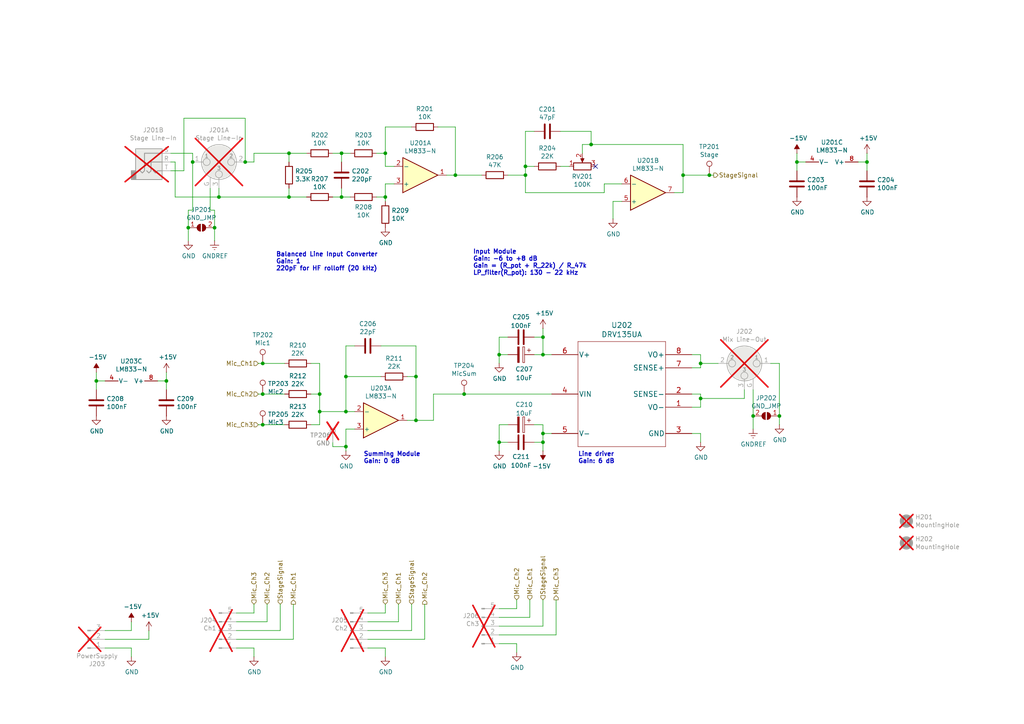
<source format=kicad_sch>
(kicad_sch (version 20231120) (generator "eeschema") (generator_version "8.0")
  (paper "A4")
  (title_block (title "c3lingo interpeter unit -- mix and line I/O") (date "2024-07-07") (rev "v0.3.0") (company "Jannik Beyerstedt (jtbx)") (comment 1 "Prototype 2"))
  (lib_symbols
    (symbol "Amplifier_Operational:LM358" (pin_names (offset 0.127))
      (property "Reference" "U" (at 0 5.08 0))
      (property "Value" "LM358" (at 0 -5.08 0))
      (symbol "LM358_1_1"
        (polyline (pts (xy -5.08 5.08) (xy 5.08 0) (xy -5.08 -5.08) (xy -5.08 5.08)) (stroke (width 0.254)) (fill (type background)))
        (pin output line (at 7.62 0 180) (length 2.54) (name "~") (number "1"))
        (pin input line (at -7.62 -2.54 0) (length 2.54) (name "-") (number "2"))
        (pin input line (at -7.62 2.54 0) (length 2.54) (name "+") (number "3"))
      )
      (symbol "LM358_2_1"
        (polyline (pts (xy -5.08 5.08) (xy 5.08 0) (xy -5.08 -5.08) (xy -5.08 5.08)) (stroke (width 0.254)) (fill (type background)))
        (pin input line (at -7.62 2.54 0) (length 2.54) (name "+") (number "5"))
        (pin input line (at -7.62 -2.54 0) (length 2.54) (name "-") (number "6"))
        (pin output line (at 7.62 0 180) (length 2.54) (name "~") (number "7"))
      )
      (symbol "LM358_3_1"
        (pin power_in line (at -2.54 -7.62 90) (length 3.81) (name "V-") (number "4"))
        (pin power_in line (at -2.54 7.62 270) (length 3.81) (name "V+") (number "8"))
      )
    )
    (symbol "Connector:Conn_01x03_Pin" (pin_names (offset 1.016) hide)
      (property "Reference" "J" (at 0 5.08 0))
      (property "Value" "Conn_01x03_Pin" (at 0 -5.08 0))
      (symbol "Conn_01x03_Pin_1_1"
        (polyline (pts (xy 1.27 -2.54) (xy 0.8636 -2.54)) (stroke (width 0.1524)))
        (polyline (pts (xy 1.27 0) (xy 0.8636 0)) (stroke (width 0.1524)))
        (polyline (pts (xy 1.27 2.54) (xy 0.8636 2.54)) (stroke (width 0.1524)))
        (rectangle (start 0.8636 -2.413) (end 0 -2.667) (stroke (width 0.1524)) (fill (type outline)))
        (rectangle (start 0.8636 0.127) (end 0 -0.127) (stroke (width 0.1524)) (fill (type outline)))
        (rectangle (start 0.8636 2.667) (end 0 2.413) (stroke (width 0.1524)) (fill (type outline)))
        (pin passive line (at 5.08 2.54 180) (length 3.81) (name "Pin_1") (number "1"))
        (pin passive line (at 5.08 0 180) (length 3.81) (name "Pin_2") (number "2"))
        (pin passive line (at 5.08 -2.54 180) (length 3.81) (name "Pin_3") (number "3"))
      )
    )
    (symbol "Connector:Conn_01x05_Pin" (pin_names (offset 1.016) hide)
      (property "Reference" "J" (at 0 7.62 0))
      (property "Value" "Conn_01x05_Pin" (at 0 -7.62 0))
      (symbol "Conn_01x05_Pin_1_1"
        (polyline (pts (xy 1.27 -5.08) (xy 0.8636 -5.08)) (stroke (width 0.1524)))
        (polyline (pts (xy 1.27 -2.54) (xy 0.8636 -2.54)) (stroke (width 0.1524)))
        (polyline (pts (xy 1.27 0) (xy 0.8636 0)) (stroke (width 0.1524)))
        (polyline (pts (xy 1.27 2.54) (xy 0.8636 2.54)) (stroke (width 0.1524)))
        (polyline (pts (xy 1.27 5.08) (xy 0.8636 5.08)) (stroke (width 0.1524)))
        (rectangle (start 0.8636 -4.953) (end 0 -5.207) (stroke (width 0.1524)) (fill (type outline)))
        (rectangle (start 0.8636 -2.413) (end 0 -2.667) (stroke (width 0.1524)) (fill (type outline)))
        (rectangle (start 0.8636 0.127) (end 0 -0.127) (stroke (width 0.1524)) (fill (type outline)))
        (rectangle (start 0.8636 2.667) (end 0 2.413) (stroke (width 0.1524)) (fill (type outline)))
        (rectangle (start 0.8636 5.207) (end 0 4.953) (stroke (width 0.1524)) (fill (type outline)))
        (pin passive line (at 5.08 5.08 180) (length 3.81) (name "Pin_1") (number "1"))
        (pin passive line (at 5.08 2.54 180) (length 3.81) (name "Pin_2") (number "2"))
        (pin passive line (at 5.08 0 180) (length 3.81) (name "Pin_3") (number "3"))
        (pin passive line (at 5.08 -2.54 180) (length 3.81) (name "Pin_4") (number "4"))
        (pin passive line (at 5.08 -5.08 180) (length 3.81) (name "Pin_5") (number "5"))
      )
    )
    (symbol "Connector:TestPoint" (pin_numbers hide) (pin_names (offset 0.762) hide)
      (property "Reference" "TP" (at 0 6.858 0))
      (property "Value" "TestPoint" (at 0 5.08 0))
      (symbol "TestPoint_0_1"
        (circle (center 0 3.302) (radius 0.762))
      )
      (symbol "TestPoint_1_1"
        (pin passive line (at 0 0 90) (length 2.54) (name "1") (number "1"))
      )
    )
    (symbol "Connector_Audio:XLR3_AudioJack3_Combo_Ground" (pin_names hide)
      (property "Reference" "J" (at 0 10.16 0))
      (property "Value" "XLR3_AudioJack3_Combo_Ground" (at 0 7.62 0))
      (symbol "XLR3_AudioJack3_Combo_Ground_1_1"
        (circle (center -3.556 0) (radius 1.016))
        (circle (center 0 -3.556) (radius 1.016))
        (polyline (pts (xy -5.08 0) (xy -4.572 0)))
        (polyline (pts (xy -2.54 -5.08) (xy -2.54 -4.445)))
        (polyline (pts (xy 0 -5.08) (xy 0 -4.572)))
        (polyline (pts (xy 5.08 0) (xy 4.572 0)))
        (circle (center 0 0) (radius 5.08) (fill (type background)))
        (circle (center 3.556 0) (radius 1.016))
        (text "1" (at -3.556 1.778 0) (effects (font (size 1.016 1.016) (bold yes))))
        (text "2" (at 3.556 1.778 0) (effects (font (size 1.016 1.016) (bold yes))))
        (text "3" (at 0 -1.778 0) (effects (font (size 1.016 1.016) (bold yes))))
        (pin passive line (at -7.62 0 0) (length 2.54) (name "~") (number "1"))
        (pin passive line (at 7.62 0 180) (length 2.54) (name "~") (number "2"))
        (pin passive line (at 0 -7.62 90) (length 2.54) (name "~") (number "3"))
        (pin passive line (at -2.54 -7.62 90) (length 2.54) (name "~") (number "G"))
      )
      (symbol "XLR3_AudioJack3_Combo_Ground_2_1"
        (rectangle (start -5.08 -2.54) (end -6.35 -5.08) (stroke (width 0.254)) (fill (type outline)))
        (polyline (pts (xy 0 -2.54) (xy 0.635 -3.175) (xy 1.27 -2.54) (xy 2.54 -2.54)) (stroke (width 0.254)))
        (polyline (pts (xy -1.905 -2.54) (xy -1.27 -3.175) (xy -0.635 -2.54) (xy -0.635 0) (xy 2.54 0)) (stroke (width 0.254)))
        (polyline (pts (xy 2.54 2.54) (xy -2.54 2.54) (xy -2.54 -2.54) (xy -3.175 -3.175) (xy -3.81 -2.54)) (stroke (width 0.254)))
        (rectangle (start 2.54 3.81) (end -5.08 -5.08) (stroke (width 0.254)) (fill (type background)))
        (pin passive line (at 5.08 0 180) (length 2.54) (name "~") (number "R"))
        (pin passive line (at 5.08 2.54 180) (length 2.54) (name "~") (number "S"))
        (pin passive line (at 5.08 -2.54 180) (length 2.54) (name "~") (number "T"))
      )
    )
    (symbol "Connector_Audio:XLR3_Ground" (pin_names hide)
      (property "Reference" "J" (at 0 8.89 0))
      (property "Value" "XLR3_Ground" (at 0 6.35 0))
      (symbol "XLR3_Ground_0_1"
        (circle (center -3.556 0) (radius 1.016))
        (circle (center 0 -3.556) (radius 1.016))
        (polyline (pts (xy -5.08 0) (xy -4.572 0)))
        (polyline (pts (xy -2.54 -5.08) (xy -2.54 -4.445)))
        (polyline (pts (xy 0 -5.08) (xy 0 -4.572)))
        (polyline (pts (xy 5.08 0) (xy 4.572 0)))
        (circle (center 0 0) (radius 5.08) (fill (type background)))
        (circle (center 3.556 0) (radius 1.016))
        (text "1" (at -3.556 1.778 0) (effects (font (size 1.016 1.016) (bold yes))))
        (text "2" (at 3.556 1.778 0) (effects (font (size 1.016 1.016) (bold yes))))
        (text "3" (at 0 -1.778 0) (effects (font (size 1.016 1.016) (bold yes))))
        (pin passive line (at -7.62 0 0) (length 2.54) (name "~") (number "1"))
        (pin passive line (at 7.62 0 180) (length 2.54) (name "~") (number "2"))
        (pin passive line (at 0 -7.62 90) (length 2.54) (name "~") (number "3"))
      )
      (symbol "XLR3_Ground_1_1"
        (pin passive line (at -2.54 -7.62 90) (length 2.54) (name "~") (number "G"))
      )
    )
    (symbol "Device:C" (pin_numbers hide) (pin_names (offset 0.254))
      (property "Reference" "C" (at 0.635 2.54 0))
      (property "Value" "C" (at 0.635 -2.54 0))
      (symbol "C_0_1"
        (polyline (pts (xy -2.032 -0.762) (xy 2.032 -0.762)) (stroke (width 0.508)))
        (polyline (pts (xy -2.032 0.762) (xy 2.032 0.762)) (stroke (width 0.508)))
      )
      (symbol "C_1_1"
        (pin passive line (at 0 3.81 270) (length 2.794) (name "~") (number "1"))
        (pin passive line (at 0 -3.81 90) (length 2.794) (name "~") (number "2"))
      )
    )
    (symbol "Device:C_Polarized" (pin_numbers hide) (pin_names (offset 0.254))
      (property "Reference" "C" (at 0.635 2.54 0))
      (property "Value" "C_Polarized" (at 0.635 -2.54 0))
      (symbol "C_Polarized_0_1"
        (rectangle (start -2.286 0.508) (end 2.286 1.016))
        (polyline (pts (xy -1.778 2.286) (xy -0.762 2.286)))
        (polyline (pts (xy -1.27 2.794) (xy -1.27 1.778)))
        (rectangle (start 2.286 -0.508) (end -2.286 -1.016) (fill (type outline)))
      )
      (symbol "C_Polarized_1_1"
        (pin passive line (at 0 3.81 270) (length 2.794) (name "~") (number "1"))
        (pin passive line (at 0 -3.81 90) (length 2.794) (name "~") (number "2"))
      )
    )
    (symbol "Device:R" (pin_numbers hide) (pin_names (offset 0))
      (property "Reference" "R" (at 2.032 0 90))
      (property "Value" "R" (at 0 0 90))
      (symbol "R_0_1"
        (rectangle (start -1.016 -2.54) (end 1.016 2.54) (stroke (width 0.254)))
      )
      (symbol "R_1_1"
        (pin passive line (at 0 3.81 270) (length 1.27) (name "~") (number "1"))
        (pin passive line (at 0 -3.81 90) (length 1.27) (name "~") (number "2"))
      )
    )
    (symbol "Device:R_Potentiometer" (pin_names (offset 1.016) hide)
      (property "Reference" "RV" (at -4.445 0 90))
      (property "Value" "R_Potentiometer" (at -2.54 0 90))
      (symbol "R_Potentiometer_0_1"
        (polyline (pts (xy 2.54 0) (xy 1.524 0)))
        (polyline (pts (xy 1.143 0) (xy 2.286 0.508) (xy 2.286 -0.508) (xy 1.143 0)) (fill (type outline)))
        (rectangle (start 1.016 2.54) (end -1.016 -2.54) (stroke (width 0.254)))
      )
      (symbol "R_Potentiometer_1_1"
        (pin passive line (at 0 3.81 270) (length 1.27) (name "1") (number "1"))
        (pin passive line (at 3.81 0 180) (length 1.27) (name "2") (number "2"))
        (pin passive line (at 0 -3.81 90) (length 1.27) (name "3") (number "3"))
      )
    )
    (symbol "Jumper:SolderJumper_2_Open" (pin_names (offset 0) hide)
      (property "Reference" "JP" (at 0 2.032 0))
      (property "Value" "SolderJumper_2_Open" (at 0 -2.54 0))
      (symbol "SolderJumper_2_Open_0_1"
        (arc (start -0.254 1.016) (mid -1.2656 0) (end -0.254 -1.016))
        (arc (start -0.254 1.016) (mid -1.2656 0) (end -0.254 -1.016) (fill (type outline)))
        (polyline (pts (xy -0.254 1.016) (xy -0.254 -1.016)))
        (polyline (pts (xy 0.254 1.016) (xy 0.254 -1.016)))
        (arc (start 0.254 -1.016) (mid 1.2656 0) (end 0.254 1.016))
        (arc (start 0.254 -1.016) (mid 1.2656 0) (end 0.254 1.016) (fill (type outline)))
      )
      (symbol "SolderJumper_2_Open_1_1"
        (pin passive line (at -3.81 0 0) (length 2.54) (name "A") (number "1"))
        (pin passive line (at 3.81 0 180) (length 2.54) (name "B") (number "2"))
      )
    )
    (symbol "Mechanical:MountingHole" (pin_names (offset 1.016))
      (property "Reference" "H" (at 0 5.08 0))
      (property "Value" "MountingHole" (at 0 3.175 0))
      (symbol "MountingHole_0_1"
        (circle (center 0 0) (radius 1.27) (stroke (width 1.27)))
      )
    )
    (symbol "c3lingo_unit:DRV134PA" (pin_names (offset 0.254))
      (property "Reference" "U" (at 20.32 12.7 0))
      (property "Value" "DRV134PA" (at 20.32 10.16 0))
      (symbol "DRV134PA_1_1"
        (polyline (pts (xy 7.62 -22.86) (xy 33.02 -22.86)) (stroke (width 0.127)))
        (polyline (pts (xy 7.62 7.62) (xy 7.62 -22.86)) (stroke (width 0.127)))
        (polyline (pts (xy 33.02 -22.86) (xy 33.02 7.62)) (stroke (width 0.127)))
        (polyline (pts (xy 33.02 7.62) (xy 7.62 7.62)) (stroke (width 0.127)))
        (pin output line (at 40.64 -11.43 180) (length 7.62) (name "VO-") (number "1"))
        (pin input line (at 40.64 -7.62 180) (length 7.62) (name "SENSE-") (number "2"))
        (pin power_in line (at 40.64 -19.05 180) (length 7.62) (name "GND") (number "3"))
        (pin input line (at 0 -7.62 0) (length 7.62) (name "VIN") (number "4"))
        (pin power_in line (at 0 -19.05 0) (length 7.62) (name "V-") (number "5"))
        (pin power_in line (at 0 3.81 0) (length 7.62) (name "V+") (number "6"))
        (pin input line (at 40.64 0 180) (length 7.62) (name "SENSE+") (number "7"))
        (pin output line (at 40.64 3.81 180) (length 7.62) (name "VO+") (number "8"))
      )
    )
    (symbol "power:+15V" (power) (pin_numbers hide) (pin_names (offset 0) hide)
      (property "Value" "+15V" (at 0 3.556 0))
      (symbol "+15V_0_1"
        (polyline (pts (xy -0.762 1.27) (xy 0 2.54)))
        (polyline (pts (xy 0 0) (xy 0 2.54)))
        (polyline (pts (xy 0 2.54) (xy 0.762 1.27)))
      )
      (symbol "+15V_1_1"
        (pin power_in line (at 0 0 90) (length 0) (name "~") (number "1"))
      )
    )
    (symbol "power:-15V" (power) (pin_numbers hide) (pin_names (offset 0) hide)
      (property "Value" "-15V" (at 0 3.556 0))
      (symbol "-15V_0_0"
        (pin power_in line (at 0 0 90) (length 0) (name "~") (number "1"))
      )
      (symbol "-15V_0_1"
        (polyline (pts (xy 0 0) (xy 0 1.27) (xy 0.762 1.27) (xy 0 2.54) (xy -0.762 1.27) (xy 0 1.27)) (fill (type outline)))
      )
    )
    (symbol "power:GND" (power) (pin_numbers hide) (pin_names (offset 0) hide)
      (property "Value" "GND" (at 0 -3.81 0))
      (symbol "GND_0_1"
        (polyline (pts (xy 0 0) (xy 0 -1.27) (xy 1.27 -1.27) (xy 0 -2.54) (xy -1.27 -1.27) (xy 0 -1.27)))
      )
      (symbol "GND_1_1"
        (pin power_in line (at 0 0 270) (length 0) (name "~") (number "1"))
      )
    )
    (symbol "power:GNDREF" (power) (pin_numbers hide) (pin_names (offset 0) hide)
      (property "Value" "GNDREF" (at 0 -3.81 0))
      (symbol "GNDREF_0_1"
        (polyline (pts (xy -0.635 -1.905) (xy 0.635 -1.905)))
        (polyline (pts (xy -0.127 -2.54) (xy 0.127 -2.54)))
        (polyline (pts (xy 0 -1.27) (xy 0 0)))
        (polyline (pts (xy 1.27 -1.27) (xy -1.27 -1.27)))
      )
      (symbol "GNDREF_1_1"
        (pin power_in line (at 0 0 270) (length 0) (name "~") (number "1"))
      )
    )
  )
  (junction (at 120.65 109.22))
  (junction (at 76.2 114.3))
  (junction (at 226.06 120.65))
  (junction (at 231.14 46.99))
  (junction (at 198.12 50.8))
  (junction (at 111.76 44.45))
  (junction (at 152.4 50.8))
  (junction (at 132.08 50.8))
  (junction (at 27.94 110.49))
  (junction (at 100.33 109.22))
  (junction (at 157.48 97.79))
  (junction (at 251.46 46.99))
  (junction (at 205.74 50.8))
  (junction (at 62.23 66.04))
  (junction (at 171.45 41.91))
  (junction (at 134.62 114.3))
  (junction (at 83.82 57.15))
  (junction (at 120.65 121.92))
  (junction (at 111.76 57.15))
  (junction (at 92.71 119.38))
  (junction (at 55.88 46.99))
  (junction (at 83.82 44.45))
  (junction (at 71.12 46.99))
  (junction (at 203.2 105.41))
  (junction (at 54.61 66.04))
  (junction (at 144.78 102.87))
  (junction (at 92.71 114.3))
  (junction (at 100.33 129.54))
  (junction (at 218.44 120.65))
  (junction (at 144.78 128.27))
  (junction (at 100.33 119.38))
  (junction (at 203.2 115.57))
  (junction (at 76.2 105.41))
  (junction (at 152.4 48.26))
  (junction (at 76.2 123.19))
  (junction (at 48.26 110.49))
  (junction (at 99.06 57.15))
  (junction (at 157.48 102.87))
  (junction (at 157.48 125.73))
  (junction (at 99.06 44.45))
  (junction (at 157.48 128.27))
  (junction (at 63.5 57.15))
  (no_connect (at 172.72 48.26))
  (wire (pts (xy 198.12 50.8) (xy 205.74 50.8)))
  (wire (pts (xy 27.94 110.49) (xy 30.48 110.49)))
  (wire (pts (xy 203.2 102.87) (xy 200.66 102.87)))
  (wire (pts (xy 68.58 185.42) (xy 85.09 185.42)))
  (wire (pts (xy 74.93 123.19) (xy 76.2 123.19)))
  (wire (pts (xy 92.71 105.41) (xy 92.71 114.3)))
  (wire (pts (xy 223.52 105.41) (xy 226.06 105.41)))
  (wire (pts (xy 144.78 105.41) (xy 144.78 102.87)))
  (wire (pts (xy 111.76 48.26) (xy 114.3 48.26)))
  (wire (pts (xy 99.06 57.15) (xy 101.6 57.15)))
  (wire (pts (xy 50.8 57.15) (xy 50.8 46.99)))
  (wire (pts (xy 157.48 97.79) (xy 157.48 102.87)))
  (wire (pts (xy 203.2 115.57) (xy 203.2 118.11)))
  (wire (pts (xy 50.8 57.15) (xy 63.5 57.15)))
  (wire (pts (xy 85.09 185.42) (xy 85.09 175.26)))
  (wire (pts (xy 106.68 185.42) (xy 123.19 185.42)))
  (wire (pts (xy 45.72 110.49) (xy 48.26 110.49)))
  (wire (pts (xy 152.4 48.26) (xy 152.4 50.8)))
  (wire (pts (xy 168.91 41.91) (xy 171.45 41.91)))
  (wire (pts (xy 231.14 44.45) (xy 231.14 46.99)))
  (wire (pts (xy 68.58 182.88) (xy 81.28 182.88)))
  (wire (pts (xy 168.91 44.45) (xy 168.91 41.91)))
  (wire (pts (xy 218.44 113.03) (xy 218.44 120.65)))
  (wire (pts (xy 132.08 50.8) (xy 129.54 50.8)))
  (wire (pts (xy 161.29 184.15) (xy 161.29 173.99)))
  (wire (pts (xy 81.28 182.88) (xy 81.28 175.26)))
  (wire (pts (xy 53.34 34.29) (xy 71.12 34.29)))
  (wire (pts (xy 152.4 48.26) (xy 152.4 38.1)))
  (wire (pts (xy 106.68 182.88) (xy 119.38 182.88)))
  (wire (pts (xy 60.96 60.96) (xy 62.23 60.96)))
  (wire (pts (xy 144.78 184.15) (xy 161.29 184.15)))
  (wire (pts (xy 205.74 50.8) (xy 207.01 50.8)))
  (wire (pts (xy 200.66 125.73) (xy 203.2 125.73)))
  (wire (pts (xy 157.48 128.27) (xy 157.48 125.73)))
  (wire (pts (xy 157.48 125.73) (xy 157.48 123.19)))
  (wire (pts (xy 49.53 44.45) (xy 55.88 44.45)))
  (wire (pts (xy 154.94 128.27) (xy 157.48 128.27)))
  (wire (pts (xy 154.94 97.79) (xy 157.48 97.79)))
  (wire (pts (xy 111.76 36.83) (xy 119.38 36.83)))
  (wire (pts (xy 74.93 105.41) (xy 76.2 105.41)))
  (wire (pts (xy 152.4 55.88) (xy 175.26 55.88)))
  (wire (pts (xy 83.82 57.15) (xy 88.9 57.15)))
  (wire (pts (xy 231.14 46.99) (xy 233.68 46.99)))
  (wire (pts (xy 152.4 50.8) (xy 152.4 55.88)))
  (wire (pts (xy 144.78 102.87) (xy 147.32 102.87)))
  (wire (pts (xy 200.66 106.68) (xy 203.2 106.68)))
  (wire (pts (xy 153.67 179.07) (xy 153.67 173.99)))
  (wire (pts (xy 73.66 44.45) (xy 73.66 46.99)))
  (wire (pts (xy 68.58 187.96) (xy 73.66 187.96)))
  (wire (pts (xy 100.33 109.22) (xy 110.49 109.22)))
  (wire (pts (xy 92.71 114.3) (xy 92.71 119.38)))
  (wire (pts (xy 99.06 44.45) (xy 101.6 44.45)))
  (wire (pts (xy 123.19 185.42) (xy 123.19 175.26)))
  (wire (pts (xy 100.33 100.33) (xy 102.87 100.33)))
  (wire (pts (xy 43.18 185.42) (xy 43.18 182.88)))
  (wire (pts (xy 83.82 44.45) (xy 83.82 46.99)))
  (wire (pts (xy 96.52 128.27) (xy 96.52 129.54)))
  (wire (pts (xy 175.26 53.34) (xy 180.34 53.34)))
  (wire (pts (xy 157.48 181.61) (xy 157.48 173.99)))
  (wire (pts (xy 144.78 102.87) (xy 144.78 97.79)))
  (wire (pts (xy 198.12 55.88) (xy 195.58 55.88)))
  (wire (pts (xy 144.78 176.53) (xy 149.86 176.53)))
  (wire (pts (xy 102.87 119.38) (xy 100.33 119.38)))
  (wire (pts (xy 71.12 46.99) (xy 73.66 46.99)))
  (wire (pts (xy 171.45 41.91) (xy 198.12 41.91)))
  (wire (pts (xy 106.68 180.34) (xy 115.57 180.34)))
  (wire (pts (xy 68.58 177.8) (xy 73.66 177.8)))
  (wire (pts (xy 68.58 180.34) (xy 77.47 180.34)))
  (wire (pts (xy 147.32 50.8) (xy 152.4 50.8)))
  (wire (pts (xy 111.76 53.34) (xy 111.76 57.15)))
  (wire (pts (xy 76.2 105.41) (xy 82.55 105.41)))
  (wire (pts (xy 111.76 44.45) (xy 111.76 36.83)))
  (wire (pts (xy 144.78 181.61) (xy 157.48 181.61)))
  (wire (pts (xy 226.06 105.41) (xy 226.06 120.65)))
  (wire (pts (xy 132.08 50.8) (xy 139.7 50.8)))
  (wire (pts (xy 144.78 186.69) (xy 149.86 186.69)))
  (wire (pts (xy 63.5 57.15) (xy 83.82 57.15)))
  (wire (pts (xy 203.2 118.11) (xy 200.66 118.11)))
  (wire (pts (xy 134.62 114.3) (xy 160.02 114.3)))
  (wire (pts (xy 38.1 187.96) (xy 38.1 190.5)))
  (wire (pts (xy 109.22 57.15) (xy 111.76 57.15)))
  (wire (pts (xy 125.73 114.3) (xy 125.73 121.92)))
  (wire (pts (xy 251.46 46.99) (xy 251.46 49.53)))
  (wire (pts (xy 147.32 123.19) (xy 144.78 123.19)))
  (wire (pts (xy 198.12 50.8) (xy 198.12 55.88)))
  (wire (pts (xy 147.32 128.27) (xy 144.78 128.27)))
  (wire (pts (xy 120.65 100.33) (xy 110.49 100.33)))
  (wire (pts (xy 76.2 123.19) (xy 82.55 123.19)))
  (wire (pts (xy 171.45 38.1) (xy 162.56 38.1)))
  (wire (pts (xy 49.53 49.53) (xy 53.34 49.53)))
  (wire (pts (xy 48.26 110.49) (xy 48.26 107.95)))
  (wire (pts (xy 120.65 121.92) (xy 125.73 121.92)))
  (wire (pts (xy 157.48 95.25) (xy 157.48 97.79)))
  (wire (pts (xy 251.46 46.99) (xy 251.46 44.45)))
  (wire (pts (xy 149.86 186.69) (xy 149.86 189.23)))
  (wire (pts (xy 200.66 114.3) (xy 203.2 114.3)))
  (wire (pts (xy 74.93 114.3) (xy 76.2 114.3)))
  (wire (pts (xy 144.78 123.19) (xy 144.78 128.27)))
  (wire (pts (xy 92.71 114.3) (xy 90.17 114.3)))
  (wire (pts (xy 54.61 66.04) (xy 54.61 69.85)))
  (wire (pts (xy 106.68 187.96) (xy 111.76 187.96)))
  (wire (pts (xy 60.96 54.61) (xy 60.96 60.96)))
  (wire (pts (xy 115.57 180.34) (xy 115.57 175.26)))
  (wire (pts (xy 99.06 44.45) (xy 99.06 46.99)))
  (wire (pts (xy 203.2 125.73) (xy 203.2 128.27)))
  (wire (pts (xy 157.48 125.73) (xy 160.02 125.73)))
  (wire (pts (xy 177.8 58.42) (xy 177.8 63.5)))
  (wire (pts (xy 180.34 58.42) (xy 177.8 58.42)))
  (wire (pts (xy 100.33 124.46) (xy 100.33 129.54)))
  (wire (pts (xy 73.66 187.96) (xy 73.66 190.5)))
  (wire (pts (xy 30.48 182.88) (xy 38.1 182.88)))
  (wire (pts (xy 111.76 57.15) (xy 111.76 58.42)))
  (wire (pts (xy 111.76 177.8) (xy 111.76 175.26)))
  (wire (pts (xy 203.2 115.57) (xy 215.9 115.57)))
  (wire (pts (xy 226.06 120.65) (xy 226.06 123.19)))
  (wire (pts (xy 215.9 115.57) (xy 215.9 113.03)))
  (wire (pts (xy 203.2 106.68) (xy 203.2 105.41)))
  (wire (pts (xy 76.2 114.3) (xy 82.55 114.3)))
  (wire (pts (xy 120.65 121.92) (xy 118.11 121.92)))
  (wire (pts (xy 162.56 48.26) (xy 165.1 48.26)))
  (wire (pts (xy 203.2 105.41) (xy 203.2 102.87)))
  (wire (pts (xy 55.88 44.45) (xy 55.88 46.99)))
  (wire (pts (xy 157.48 102.87) (xy 160.02 102.87)))
  (wire (pts (xy 48.26 110.49) (xy 48.26 113.03)))
  (wire (pts (xy 73.66 44.45) (xy 83.82 44.45)))
  (wire (pts (xy 154.94 102.87) (xy 157.48 102.87)))
  (wire (pts (xy 27.94 110.49) (xy 27.94 113.03)))
  (wire (pts (xy 54.61 60.96) (xy 54.61 66.04)))
  (wire (pts (xy 83.82 54.61) (xy 83.82 57.15)))
  (wire (pts (xy 96.52 129.54) (xy 100.33 129.54)))
  (wire (pts (xy 120.65 109.22) (xy 120.65 100.33)))
  (wire (pts (xy 62.23 66.04) (xy 62.23 69.85)))
  (wire (pts (xy 83.82 44.45) (xy 88.9 44.45)))
  (wire (pts (xy 118.11 109.22) (xy 120.65 109.22)))
  (wire (pts (xy 111.76 187.96) (xy 111.76 190.5)))
  (wire (pts (xy 149.86 176.53) (xy 149.86 173.99)))
  (wire (pts (xy 144.78 97.79) (xy 147.32 97.79)))
  (wire (pts (xy 125.73 114.3) (xy 134.62 114.3)))
  (wire (pts (xy 144.78 128.27) (xy 144.78 130.81)))
  (wire (pts (xy 100.33 119.38) (xy 100.33 109.22)))
  (wire (pts (xy 120.65 109.22) (xy 120.65 121.92)))
  (wire (pts (xy 175.26 53.34) (xy 175.26 55.88)))
  (wire (pts (xy 96.52 57.15) (xy 99.06 57.15)))
  (wire (pts (xy 111.76 53.34) (xy 114.3 53.34)))
  (wire (pts (xy 96.52 44.45) (xy 99.06 44.45)))
  (wire (pts (xy 171.45 41.91) (xy 171.45 38.1)))
  (wire (pts (xy 248.92 46.99) (xy 251.46 46.99)))
  (wire (pts (xy 90.17 105.41) (xy 92.71 105.41)))
  (wire (pts (xy 53.34 49.53) (xy 53.34 34.29)))
  (wire (pts (xy 218.44 120.65) (xy 218.44 124.46)))
  (wire (pts (xy 55.88 46.99) (xy 55.88 60.96)))
  (wire (pts (xy 92.71 123.19) (xy 90.17 123.19)))
  (wire (pts (xy 127 36.83) (xy 132.08 36.83)))
  (wire (pts (xy 102.87 124.46) (xy 100.33 124.46)))
  (wire (pts (xy 132.08 36.83) (xy 132.08 50.8)))
  (wire (pts (xy 77.47 180.34) (xy 77.47 175.26)))
  (wire (pts (xy 152.4 38.1) (xy 154.94 38.1)))
  (wire (pts (xy 109.22 44.45) (xy 111.76 44.45)))
  (wire (pts (xy 198.12 41.91) (xy 198.12 50.8)))
  (wire (pts (xy 99.06 57.15) (xy 99.06 54.61)))
  (wire (pts (xy 63.5 54.61) (xy 63.5 57.15)))
  (wire (pts (xy 157.48 128.27) (xy 157.48 130.81)))
  (wire (pts (xy 144.78 179.07) (xy 153.67 179.07)))
  (wire (pts (xy 73.66 177.8) (xy 73.66 175.26)))
  (wire (pts (xy 55.88 60.96) (xy 54.61 60.96)))
  (wire (pts (xy 38.1 182.88) (xy 38.1 180.34)))
  (wire (pts (xy 157.48 123.19) (xy 154.94 123.19)))
  (wire (pts (xy 30.48 185.42) (xy 43.18 185.42)))
  (wire (pts (xy 100.33 130.81) (xy 100.33 129.54)))
  (wire (pts (xy 119.38 182.88) (xy 119.38 175.26)))
  (wire (pts (xy 152.4 48.26) (xy 154.94 48.26)))
  (wire (pts (xy 62.23 60.96) (xy 62.23 66.04)))
  (wire (pts (xy 208.28 105.41) (xy 203.2 105.41)))
  (wire (pts (xy 92.71 119.38) (xy 92.71 123.19)))
  (wire (pts (xy 111.76 44.45) (xy 111.76 48.26)))
  (wire (pts (xy 27.94 107.95) (xy 27.94 110.49)))
  (wire (pts (xy 203.2 114.3) (xy 203.2 115.57)))
  (wire (pts (xy 100.33 109.22) (xy 100.33 100.33)))
  (wire (pts (xy 50.8 46.99) (xy 49.53 46.99)))
  (wire (pts (xy 30.48 187.96) (xy 38.1 187.96)))
  (wire (pts (xy 106.68 177.8) (xy 111.76 177.8)))
  (wire (pts (xy 92.71 119.38) (xy 100.33 119.38)))
  (wire (pts (xy 231.14 46.99) (xy 231.14 49.53)))
  (wire (pts (xy 71.12 34.29) (xy 71.12 46.99)))
  (text "Input Module\nGain: -6 to +8 dB\nGain = (R_pot + R_22k) / R_47k\nLP_filter(R_pot): 130 - 22 kHz" (at 137.16 80.01 0) (effects (font (size 1.27 1.27) (thickness 0.254) (bold yes)) (justify left bottom)))
  (text "Line driver\nGain: 6 dB" (at 167.64 134.62 0) (effects (font (size 1.27 1.27) (thickness 0.254) (bold yes)) (justify left bottom)))
  (text "Balanced Line Input Converter\nGain: 1\n220pF for HF rolloff (20 kHz)" (at 80.01 78.74 0) (effects (font (size 1.27 1.27) (thickness 0.254) (bold yes)) (justify left bottom)))
  (text "Summing Module\nGain: 0 dB" (at 105.41 134.62 0) (effects (font (size 1.27 1.27) (thickness 0.254) (bold yes)) (justify left bottom)))
  (hierarchical_label "Mic_Ch1" (shape input) (at 115.57 175.26 90))
  (hierarchical_label "StageSignal" (shape input) (at 157.48 173.99 90))
  (hierarchical_label "Mic_Ch3" (shape output) (at 161.29 173.99 90))
  (hierarchical_label "Mic_Ch2" (shape output) (at 123.19 175.26 90))
  (hierarchical_label "StageSignal" (shape input) (at 119.38 175.26 90))
  (hierarchical_label "Mic_Ch2" (shape input) (at 149.86 173.99 90))
  (hierarchical_label "StageSignal" (shape input) (at 81.28 175.26 90))
  (hierarchical_label "Mic_Ch2" (shape input) (at 77.47 175.26 90))
  (hierarchical_label "StageSignal" (shape output) (at 207.01 50.8 0))
  (hierarchical_label "Mic_Ch2" (shape input) (at 74.93 114.3 180))
  (hierarchical_label "Mic_Ch3" (shape input) (at 74.93 123.19 180))
  (hierarchical_label "Mic_Ch1" (shape output) (at 85.09 175.26 90))
  (hierarchical_label "Mic_Ch1" (shape input) (at 74.93 105.41 180))
  (hierarchical_label "Mic_Ch3" (shape input) (at 73.66 175.26 90))
  (hierarchical_label "Mic_Ch1" (shape input) (at 153.67 173.99 90))
  (hierarchical_label "Mic_Ch3" (shape input) (at 111.76 175.26 90))
  (symbol (lib_id "Amplifier_Operational:LM358") (at 121.92 50.8 0) (mirror x) (unit 1)
    (property "Reference" "U201" (at 121.92 41.4782 0))
    (property "Value" "LM833-N" (at 121.92 43.7896 0))
    (property "Footprint" "Package_SO:SOIC-8_3.9x4.9mm_P1.27mm" (effects (hide yes)))
    (property "Datasheet" "https://www.ti.com/lit/ds/symlink/lm833-n.pdf" (effects (hide yes)))
    (property "Model" "LM833M or LM833MX (SOIC-8)" (effects (hide yes)))
    (property "LCSC Part #" "C473907" (effects (hide yes)))
  )
  (symbol (lib_id "Connector_Audio:XLR3_AudioJack3_Combo_Ground") (at 63.5 46.99 0) (unit 1) (dnp yes)
    (property "Reference" "J201" (at 63.5 37.719 0))
    (property "Value" "Stage Line-In" (at 63.5 40.0304 0))
    (property "Footprint" "Connector_Audio:Jack_XLR-6.35mm_Neutrik_NCJ6FA-H_Horizontal" (effects (hide yes)))
    (property "Datasheet" "https://www.neutrik.com/media/8443/download/ncj6fah-2.pdf" (effects (hide yes)))
    (property "Description" "XLR (Male or Female) and Audio Jack (Stereo / TRS) Combo Connector, Discrete Ground Pin" (effects (hide yes)))
    (property "Model" "NCJ6FA-H (Horiz. Combo Jack)" (effects (hide yes)))
  )
  (symbol (lib_id "Connector_Audio:XLR3_AudioJack3_Combo_Ground") (at 44.45 46.99 0) (unit 2) (dnp yes)
    (property "Reference" "J201" (at 44.45 37.719 0))
    (property "Value" "Stage Line-In" (at 44.45 40.0304 0))
    (property "Footprint" "Connector_Audio:Jack_XLR-6.35mm_Neutrik_NCJ6FA-H_Horizontal" (effects (hide yes)))
    (property "Datasheet" "https://www.neutrik.com/media/8443/download/ncj6fah-2.pdf" (effects (hide yes)))
    (property "Description" "XLR (Male or Female) and Audio Jack (Stereo / TRS) Combo Connector, Discrete Ground Pin" (effects (hide yes)))
    (property "Model" "NCJ6FA-H (Horiz. Combo Jack)" (effects (hide yes)))
  )
  (symbol (lib_id "Connector_Audio:XLR3_Ground") (at 215.9 105.41 0) (mirror y) (unit 1) (dnp yes)
    (property "Reference" "J202" (at 215.9 96.139 0))
    (property "Value" "Mix Line-Out" (at 215.9 98.4504 0))
    (property "Footprint" "Connector_Audio:Jack_XLR_Neutrik_NC3MAAH_Horizontal" (effects (hide yes)))
    (property "Datasheet" "https://www.neutrik.com/media/8341/download/nc3maah-1.pdf" (effects (hide yes)))
    (property "Description" "XLR Connector, Male or Female, 3 Pins, Discrete Ground Pin" (effects (hide yes)))
    (property "Model" "NC3MAAH (Horiz. XLR Male)" (effects (hide yes)))
  )
  (symbol (lib_id "power:GND") (at 54.61 69.85 0) (unit 1)
    (property "Reference" "#PWR0207" (effects (hide yes)))
    (property "Value" "GND" (at 54.737 74.2442 0))
    (property "Description" "Power symbol creates a global label with name \"GND\" , ground" (effects (hide yes)))
  )
  (symbol (lib_id "Amplifier_Operational:LM358") (at 187.96 55.88 0) (mirror x) (unit 2)
    (property "Reference" "U201" (at 187.96 46.5582 0))
    (property "Value" "LM833-N" (at 187.96 48.8696 0))
    (property "Footprint" "Package_SO:SOIC-8_3.9x4.9mm_P1.27mm" (effects (hide yes)))
    (property "Datasheet" "https://www.ti.com/lit/ds/symlink/lm833-n.pdf" (effects (hide yes)))
    (property "Model" "LM833M or LM833MX (SOIC-8)" (effects (hide yes)))
    (property "LCSC Part #" "C473907" (effects (hide yes)))
  )
  (symbol (lib_id "Amplifier_Operational:LM358") (at 241.3 49.53 270) (unit 3)
    (property "Reference" "U201" (at 241.3 41.275 90))
    (property "Value" "LM833-N" (at 241.3 43.5864 90))
    (property "Footprint" "Package_SO:SOIC-8_3.9x4.9mm_P1.27mm" (effects (hide yes)))
    (property "Datasheet" "https://www.ti.com/lit/ds/symlink/lm833-n.pdf" (effects (hide yes)))
    (property "Model" "LM833M or LM833MX (SOIC-8)" (effects (hide yes)))
    (property "LCSC Part #" "C473907" (effects (hide yes)))
  )
  (symbol (lib_id "power:GND") (at 251.46 57.15 0) (unit 1)
    (property "Reference" "#PWR0204" (effects (hide yes)))
    (property "Value" "GND" (at 251.587 61.5442 0))
    (property "Description" "Power symbol creates a global label with name \"GND\" , ground" (effects (hide yes)))
  )
  (symbol (lib_id "power:GND") (at 231.14 57.15 0) (unit 1)
    (property "Reference" "#PWR0203" (effects (hide yes)))
    (property "Value" "GND" (at 231.267 61.5442 0))
    (property "Description" "Power symbol creates a global label with name \"GND\" , ground" (effects (hide yes)))
  )
  (symbol (lib_id "power:-15V") (at 231.14 44.45 0) (unit 1)
    (property "Reference" "#PWR0201" (effects (hide yes)))
    (property "Value" "-15V" (at 231.521 40.0558 0))
    (property "Description" "Power symbol creates a global label with name \"-15V\"" (effects (hide yes)))
  )
  (symbol (lib_id "power:+15V") (at 251.46 44.45 0) (unit 1)
    (property "Reference" "#PWR0202" (effects (hide yes)))
    (property "Value" "+15V" (at 251.841 40.0558 0))
    (property "Description" "Power symbol creates a global label with name \"+15V\"" (effects (hide yes)))
  )
  (symbol (lib_id "Device:C") (at 231.14 53.34 180) (unit 1)
    (property "Reference" "C203" (at 234.061 52.1716 0) (effects (justify right)))
    (property "Value" "100nF" (at 234.061 54.483 0) (effects (justify right)))
    (property "Footprint" "Capacitor_SMD:C_0603_1608Metric_Pad1.08x0.95mm_HandSolder" (effects (hide yes)))
    (property "Model" "10% X7R 25V+" (effects (hide yes)))
    (property "LCSC Part #" "C14663" (effects (hide yes)))
  )
  (symbol (lib_id "Device:C") (at 251.46 53.34 180) (unit 1)
    (property "Reference" "C204" (at 254.381 52.1716 0) (effects (justify right)))
    (property "Value" "100nF" (at 254.381 54.483 0) (effects (justify right)))
    (property "Footprint" "Capacitor_SMD:C_0603_1608Metric_Pad1.08x0.95mm_HandSolder" (effects (hide yes)))
    (property "Model" "10% X7R 25V+" (effects (hide yes)))
    (property "LCSC Part #" "C14663" (effects (hide yes)))
  )
  (symbol (lib_id "Device:C") (at 158.75 38.1 270) (unit 1)
    (property "Reference" "C201" (at 158.75 31.6992 90))
    (property "Value" "47pF" (at 158.75 34.0106 90))
    (property "Footprint" "Capacitor_SMD:C_0603_1608Metric_Pad1.08x0.95mm_HandSolder" (effects (hide yes)))
    (property "Model" "5% C0G" (effects (hide yes)))
    (property "LCSC Part #" "C1671" (effects (hide yes)))
  )
  (symbol (lib_id "Device:R") (at 105.41 44.45 270) (unit 1)
    (property "Reference" "R203" (at 105.41 39.1922 90))
    (property "Value" "10K" (at 105.41 41.5036 90))
    (property "Footprint" "Resistor_SMD:R_0805_2012Metric_Pad1.20x1.40mm_HandSolder" (effects (hide yes)))
    (property "LCSC Part #" "C17414" (effects (hide yes)))
  )
  (symbol (lib_id "Device:R") (at 105.41 57.15 270) (unit 1)
    (property "Reference" "R208" (at 105.41 60.071 90))
    (property "Value" "10K" (at 105.41 62.3824 90))
    (property "Footprint" "Resistor_SMD:R_0805_2012Metric_Pad1.20x1.40mm_HandSolder" (effects (hide yes)))
    (property "LCSC Part #" "C17414" (effects (hide yes)))
  )
  (symbol (lib_id "Device:R") (at 123.19 36.83 270) (unit 1)
    (property "Reference" "R201" (at 123.19 31.5722 90))
    (property "Value" "10K" (at 123.19 33.8836 90))
    (property "Footprint" "Resistor_SMD:R_0805_2012Metric_Pad1.20x1.40mm_HandSolder" (effects (hide yes)))
    (property "LCSC Part #" "C17414" (effects (hide yes)))
  )
  (symbol (lib_id "Device:R") (at 111.76 62.23 0) (unit 1)
    (property "Reference" "R209" (at 113.538 61.0616 0) (effects (justify left)))
    (property "Value" "10K" (at 113.538 63.373 0) (effects (justify left)))
    (property "Footprint" "Resistor_SMD:R_0805_2012Metric_Pad1.20x1.40mm_HandSolder" (effects (hide yes)))
    (property "LCSC Part #" "C17414" (effects (hide yes)))
  )
  (symbol (lib_id "power:GND") (at 111.76 66.04 0) (unit 1)
    (property "Reference" "#PWR0206" (effects (hide yes)))
    (property "Value" "GND" (at 111.887 70.4342 0))
    (property "Description" "Power symbol creates a global label with name \"GND\" , ground" (effects (hide yes)))
  )
  (symbol (lib_id "Device:R") (at 143.51 50.8 270) (unit 1)
    (property "Reference" "R206" (at 143.51 45.5422 90))
    (property "Value" "47K" (at 143.51 47.8536 90))
    (property "Footprint" "Resistor_SMD:R_0805_2012Metric_Pad1.20x1.40mm_HandSolder" (effects (hide yes)))
    (property "LCSC Part #" "C17713" (effects (hide yes)))
  )
  (symbol (lib_id "Device:R") (at 158.75 48.26 270) (unit 1)
    (property "Reference" "R204" (at 158.75 43.0022 90))
    (property "Value" "22K" (at 158.75 45.3136 90))
    (property "Footprint" "Resistor_SMD:R_0805_2012Metric_Pad1.20x1.40mm_HandSolder" (effects (hide yes)))
    (property "LCSC Part #" "C17560" (effects (hide yes)))
  )
  (symbol (lib_id "Device:R_Potentiometer") (at 168.91 48.26 90) (unit 1)
    (property "Reference" "RV201" (at 168.91 51.181 90))
    (property "Value" "100K" (at 168.91 53.4924 90))
    (property "Footprint" "Potentiometer_THT:Potentiometer_Vishay_T73XX_Horizontal" (effects (hide yes)))
    (property "Model" "Bourns PV36Y104C01B00 or Vishay M64Y104" (effects (hide yes)))
  )
  (symbol (lib_id "power:GND") (at 177.8 63.5 0) (unit 1)
    (property "Reference" "#PWR0205" (effects (hide yes)))
    (property "Value" "GND" (at 177.927 67.8942 0))
    (property "Description" "Power symbol creates a global label with name \"GND\" , ground" (effects (hide yes)))
  )
  (symbol (lib_id "Connector:TestPoint") (at 205.74 50.8 0) (unit 1) (in_bom no)
    (property "Reference" "TP201" (at 205.74 42.545 0))
    (property "Value" "Stage" (at 205.74 44.8564 0))
    (property "Footprint" "TestPoint:TestPoint_THTPad_D2.0mm_Drill1.0mm" (effects (hide yes)))
  )
  (symbol (lib_id "Connector:TestPoint") (at 134.62 114.3 0) (unit 1) (in_bom no)
    (property "Reference" "TP204" (at 134.62 106.045 0))
    (property "Value" "MicSum" (at 134.62 108.3564 0))
    (property "Footprint" "TestPoint:TestPoint_THTPad_D2.0mm_Drill1.0mm" (effects (hide yes)))
  )
  (symbol (lib_id "Connector:TestPoint") (at 76.2 105.41 0) (unit 1) (in_bom no)
    (property "Reference" "TP202" (at 76.2 97.155 0))
    (property "Value" "Mic1" (at 76.2 99.4664 0))
    (property "Footprint" "TestPoint:TestPoint_THTPad_D2.0mm_Drill1.0mm" (effects (hide yes)))
  )
  (symbol (lib_id "Connector:TestPoint") (at 76.2 114.3 0) (unit 1) (in_bom no)
    (property "Reference" "TP203" (at 77.6732 111.3028 0) (effects (justify left)))
    (property "Value" "Mic2" (at 77.6732 113.6142 0) (effects (justify left)))
    (property "Footprint" "TestPoint:TestPoint_THTPad_D2.0mm_Drill1.0mm" (effects (hide yes)))
  )
  (symbol (lib_id "Connector:TestPoint") (at 76.2 123.19 0) (unit 1) (in_bom no)
    (property "Reference" "TP205" (at 77.6732 120.1928 0) (effects (justify left)))
    (property "Value" "Mic3" (at 77.6732 122.5042 0) (effects (justify left)))
    (property "Footprint" "TestPoint:TestPoint_THTPad_D2.0mm_Drill1.0mm" (effects (hide yes)))
  )
  (symbol (lib_id "Amplifier_Operational:LM358") (at 110.49 121.92 0) (mirror x) (unit 1)
    (property "Reference" "U203" (at 110.49 112.5982 0))
    (property "Value" "LM833-N" (at 110.49 114.9096 0))
    (property "Footprint" "Package_SO:SOIC-8_3.9x4.9mm_P1.27mm" (effects (hide yes)))
    (property "Datasheet" "https://www.ti.com/lit/ds/symlink/lm833-n.pdf" (effects (hide yes)))
    (property "Model" "LM833M or LM833MX (SOIC-8)" (effects (hide yes)))
    (property "LCSC Part #" "C473907" (effects (hide yes)))
  )
  (symbol (lib_id "power:GND") (at 48.26 120.65 0) (unit 1)
    (property "Reference" "#PWR0214" (effects (hide yes)))
    (property "Value" "GND" (at 48.387 125.0442 0))
    (property "Description" "Power symbol creates a global label with name \"GND\" , ground" (effects (hide yes)))
  )
  (symbol (lib_id "power:GND") (at 27.94 120.65 0) (unit 1)
    (property "Reference" "#PWR0213" (effects (hide yes)))
    (property "Value" "GND" (at 28.067 125.0442 0))
    (property "Description" "Power symbol creates a global label with name \"GND\" , ground" (effects (hide yes)))
  )
  (symbol (lib_id "Device:C") (at 27.94 116.84 180) (unit 1)
    (property "Reference" "C208" (at 30.861 115.6716 0) (effects (justify right)))
    (property "Value" "100nF" (at 30.861 117.983 0) (effects (justify right)))
    (property "Footprint" "Capacitor_SMD:C_0603_1608Metric_Pad1.08x0.95mm_HandSolder" (effects (hide yes)))
    (property "Model" "10% X7R 25V+" (effects (hide yes)))
    (property "LCSC Part #" "C14663" (effects (hide yes)))
  )
  (symbol (lib_id "Device:C") (at 48.26 116.84 180) (unit 1)
    (property "Reference" "C209" (at 51.181 115.6716 0) (effects (justify right)))
    (property "Value" "100nF" (at 51.181 117.983 0) (effects (justify right)))
    (property "Footprint" "Capacitor_SMD:C_0603_1608Metric_Pad1.08x0.95mm_HandSolder" (effects (hide yes)))
    (property "Model" "10% X7R 25V+" (effects (hide yes)))
    (property "LCSC Part #" "C14663" (effects (hide yes)))
  )
  (symbol (lib_id "power:+15V") (at 48.26 107.95 0) (unit 1)
    (property "Reference" "#PWR0212" (effects (hide yes)))
    (property "Value" "+15V" (at 48.641 103.5558 0))
    (property "Description" "Power symbol creates a global label with name \"+15V\"" (effects (hide yes)))
  )
  (symbol (lib_id "power:-15V") (at 27.94 107.95 0) (unit 1)
    (property "Reference" "#PWR0211" (effects (hide yes)))
    (property "Value" "-15V" (at 28.321 103.5558 0))
    (property "Description" "Power symbol creates a global label with name \"-15V\"" (effects (hide yes)))
  )
  (symbol (lib_id "Amplifier_Operational:LM358") (at 38.1 113.03 270) (unit 3)
    (property "Reference" "U203" (at 38.1 104.775 90))
    (property "Value" "LM833-N" (at 38.1 107.0864 90))
    (property "Footprint" "Package_SO:SOIC-8_3.9x4.9mm_P1.27mm" (effects (hide yes)))
    (property "Datasheet" "https://www.ti.com/lit/ds/symlink/lm833-n.pdf" (effects (hide yes)))
    (property "Model" "LM833M or LM833MX (SOIC-8)" (effects (hide yes)))
    (property "LCSC Part #" "C473907" (effects (hide yes)))
  )
  (symbol (lib_id "Device:R") (at 86.36 105.41 270) (unit 1)
    (property "Reference" "R210" (at 86.36 100.1522 90))
    (property "Value" "22K" (at 86.36 102.4636 90))
    (property "Footprint" "Resistor_SMD:R_0805_2012Metric_Pad1.20x1.40mm_HandSolder" (effects (hide yes)))
    (property "LCSC Part #" "C17560" (effects (hide yes)))
  )
  (symbol (lib_id "Device:R") (at 86.36 114.3 270) (unit 1)
    (property "Reference" "R212" (at 86.36 109.0422 90))
    (property "Value" "22K" (at 86.36 111.3536 90))
    (property "Footprint" "Resistor_SMD:R_0805_2012Metric_Pad1.20x1.40mm_HandSolder" (effects (hide yes)))
    (property "LCSC Part #" "C17560" (effects (hide yes)))
  )
  (symbol (lib_id "Device:R") (at 86.36 123.19 270) (unit 1)
    (property "Reference" "R213" (at 86.36 117.9322 90))
    (property "Value" "22K" (at 86.36 120.2436 90))
    (property "Footprint" "Resistor_SMD:R_0805_2012Metric_Pad1.20x1.40mm_HandSolder" (effects (hide yes)))
    (property "LCSC Part #" "C17560" (effects (hide yes)))
  )
  (symbol (lib_id "Device:R") (at 114.3 109.22 270) (unit 1)
    (property "Reference" "R211" (at 114.3 103.9622 90))
    (property "Value" "22K" (at 114.3 106.2736 90))
    (property "Footprint" "Resistor_SMD:R_0805_2012Metric_Pad1.20x1.40mm_HandSolder" (effects (hide yes)))
    (property "LCSC Part #" "C17560" (effects (hide yes)))
  )
  (symbol (lib_id "Device:C") (at 106.68 100.33 270) (unit 1)
    (property "Reference" "C206" (at 106.68 93.9292 90))
    (property "Value" "22pF" (at 106.68 96.2406 90))
    (property "Footprint" "Capacitor_SMD:C_0603_1608Metric_Pad1.08x0.95mm_HandSolder" (effects (hide yes)))
    (property "Model" "5% C0G" (effects (hide yes)))
    (property "LCSC Part #" "C1653" (effects (hide yes)))
  )
  (symbol (lib_id "power:GND") (at 100.33 130.81 0) (unit 1)
    (property "Reference" "#PWR0218" (effects (hide yes)))
    (property "Value" "GND" (at 100.457 135.2042 0))
    (property "Description" "Power symbol creates a global label with name \"GND\" , ground" (effects (hide yes)))
  )
  (symbol (lib_id "Device:R") (at 92.71 44.45 90) (unit 1)
    (property "Reference" "R202" (at 92.71 39.1922 90))
    (property "Value" "10K" (at 92.71 41.5036 90))
    (property "Footprint" "Resistor_SMD:R_0805_2012Metric_Pad1.20x1.40mm_HandSolder" (effects (hide yes)))
    (property "LCSC Part #" "C17414" (effects (hide yes)))
  )
  (symbol (lib_id "Device:C") (at 99.06 50.8 0) (unit 1)
    (property "Reference" "C202" (at 101.981 49.6316 0) (effects (justify left)))
    (property "Value" "220pF" (at 101.981 51.943 0) (effects (justify left)))
    (property "Footprint" "Capacitor_SMD:C_0603_1608Metric_Pad1.08x0.95mm_HandSolder" (effects (hide yes)))
    (property "Model" "5% C0G" (effects (hide yes)))
    (property "LCSC Part #" "C1603" (effects (hide yes)))
  )
  (symbol (lib_id "Device:R") (at 92.71 57.15 90) (unit 1)
    (property "Reference" "R207" (at 92.71 51.8922 90))
    (property "Value" "10K" (at 92.71 54.2036 90))
    (property "Footprint" "Resistor_SMD:R_0805_2012Metric_Pad1.20x1.40mm_HandSolder" (effects (hide yes)))
    (property "LCSC Part #" "C17414" (effects (hide yes)))
  )
  (symbol (lib_id "Device:R") (at 83.82 50.8 180) (unit 1)
    (property "Reference" "R205" (at 85.598 49.6316 0) (effects (justify right)))
    (property "Value" "3.3K" (at 85.598 51.943 0) (effects (justify right)))
    (property "Footprint" "Resistor_SMD:R_0805_2012Metric_Pad1.20x1.40mm_HandSolder" (effects (hide yes)))
    (property "LCSC Part #" "C26010" (effects (hide yes)))
  )
  (symbol (lib_id "c3lingo_unit:DRV134PA") (at 160.02 106.68 0) (unit 1)
    (property "Reference" "U202" (at 180.34 94.3102 0) (effects (font (size 1.524 1.524))))
    (property "Value" "DRV135UA" (at 180.34 97.0026 0) (effects (font (size 1.524 1.524))))
    (property "Footprint" "Package_SO:SOIC-8_3.9x4.9mm_P1.27mm" (effects (hide yes)))
    (property "Datasheet" "https://www.ti.com/lit/ds/symlink/drv134.pdf" (effects (hide yes)))
    (property "Description" "DRV135UA has same pinout as DRV134PA" (effects (hide yes)))
    (property "Model" "DRV135UA (SOIC-8)" (effects (hide yes)))
    (property "LCSC Part #" "C431073" (effects (hide yes)))
  )
  (symbol (lib_id "power:-15V") (at 157.48 130.81 180) (unit 1)
    (property "Reference" "#PWR0220" (effects (hide yes)))
    (property "Value" "-15V" (at 157.099 135.2042 0))
    (property "Description" "Power symbol creates a global label with name \"-15V\"" (effects (hide yes)))
  )
  (symbol (lib_id "power:+15V") (at 157.48 95.25 0) (unit 1)
    (property "Reference" "#PWR0209" (effects (hide yes)))
    (property "Value" "+15V" (at 157.861 90.8558 0))
    (property "Description" "Power symbol creates a global label with name \"+15V\"" (effects (hide yes)))
  )
  (symbol (lib_id "power:GND") (at 144.78 105.41 0) (unit 1)
    (property "Reference" "#PWR0210" (effects (hide yes)))
    (property "Value" "GND" (at 144.907 109.8042 0))
    (property "Description" "Power symbol creates a global label with name \"GND\" , ground" (effects (hide yes)))
  )
  (symbol (lib_id "power:GND") (at 144.78 130.81 0) (unit 1)
    (property "Reference" "#PWR0219" (effects (hide yes)))
    (property "Value" "GND" (at 144.907 135.2042 0))
    (property "Description" "Power symbol creates a global label with name \"GND\" , ground" (effects (hide yes)))
  )
  (symbol (lib_id "Device:C") (at 151.13 128.27 270) (unit 1)
    (property "Reference" "C211" (at 151.13 132.4594 90))
    (property "Value" "100nF" (at 151.13 134.9963 90))
    (property "Footprint" "Capacitor_SMD:C_0603_1608Metric_Pad1.08x0.95mm_HandSolder" (effects (hide yes)))
    (property "Model" "10% X7R 25V+" (effects (hide yes)))
    (property "LCSC Part #" "C14663" (effects (hide yes)))
  )
  (symbol (lib_id "Device:C") (at 151.13 97.79 270) (unit 1)
    (property "Reference" "C205" (at 151.13 91.9312 90))
    (property "Value" "100nF" (at 151.13 94.4681 90))
    (property "Footprint" "Capacitor_SMD:C_0603_1608Metric_Pad1.08x0.95mm_HandSolder" (effects (hide yes)))
    (property "Model" "10% X7R 25V+" (effects (hide yes)))
    (property "LCSC Part #" "C14663" (effects (hide yes)))
  )
  (symbol (lib_id "power:GND") (at 203.2 128.27 0) (unit 1)
    (property "Reference" "#PWR0217" (effects (hide yes)))
    (property "Value" "GND" (at 203.327 132.6642 0))
    (property "Description" "Power symbol creates a global label with name \"GND\" , ground" (effects (hide yes)))
  )
  (symbol (lib_id "Mechanical:MountingHole") (at 262.89 151.13 0) (unit 1) (in_bom no) (dnp yes)
    (property "Reference" "H201" (at 265.43 149.9616 0) (effects (justify left)))
    (property "Value" "MountingHole" (at 265.43 152.273 0) (effects (justify left)))
    (property "Footprint" "MountingHole:MountingHole_3.2mm_M3" (effects (hide yes)))
  )
  (symbol (lib_id "Mechanical:MountingHole") (at 262.89 157.48 0) (unit 1) (in_bom no) (dnp yes)
    (property "Reference" "H202" (at 265.43 156.3116 0) (effects (justify left)))
    (property "Value" "MountingHole" (at 265.43 158.623 0) (effects (justify left)))
    (property "Footprint" "MountingHole:MountingHole_3.2mm_M3" (effects (hide yes)))
  )
  (symbol (lib_id "Jumper:SolderJumper_2_Open") (at 58.42 66.04 0) (unit 1) (in_bom no)
    (property "Reference" "JP201" (at 58.42 60.833 0))
    (property "Value" "GND_JMP" (at 58.42 63.1444 0))
    (property "Footprint" "Jumper:SolderJumper-2_P1.3mm_Open_TrianglePad1.0x1.5mm" (effects (hide yes)))
  )
  (symbol (lib_id "power:GNDREF") (at 62.23 69.85 0) (unit 1)
    (property "Reference" "#PWR0208" (effects (hide yes)))
    (property "Value" "GNDREF" (at 62.357 74.2442 0))
    (property "Description" "Power symbol creates a global label with name \"GNDREF\" , reference supply ground" (effects (hide yes)))
  )
  (symbol (lib_id "power:GND") (at 226.06 123.19 0) (unit 1)
    (property "Reference" "#PWR0215" (effects (hide yes)))
    (property "Value" "GND" (at 226.187 127.5842 0))
    (property "Description" "Power symbol creates a global label with name \"GND\" , ground" (effects (hide yes)))
  )
  (symbol (lib_id "Jumper:SolderJumper_2_Open") (at 222.25 120.65 0) (mirror y) (unit 1) (in_bom no)
    (property "Reference" "JP202" (at 222.25 115.443 0))
    (property "Value" "GND_JMP" (at 222.25 117.7544 0))
    (property "Footprint" "Jumper:SolderJumper-2_P1.3mm_Open_TrianglePad1.0x1.5mm" (effects (hide yes)))
  )
  (symbol (lib_id "power:GNDREF") (at 218.44 124.46 0) (unit 1)
    (property "Reference" "#PWR0216" (effects (hide yes)))
    (property "Value" "GNDREF" (at 218.567 128.8542 0))
    (property "Description" "Power symbol creates a global label with name \"GNDREF\" , reference supply ground" (effects (hide yes)))
  )
  (symbol (lib_id "power:GND") (at 38.1 190.5 0) (unit 1)
    (property "Reference" "#PWR0223" (effects (hide yes)))
    (property "Value" "GND" (at 38.227 194.8942 0))
    (property "Description" "Power symbol creates a global label with name \"GND\" , ground" (effects (hide yes)))
  )
  (symbol (lib_id "power:+15V") (at 43.18 182.88 0) (unit 1)
    (property "Reference" "#PWR0222" (effects (hide yes)))
    (property "Value" "+15V" (at 43.561 178.4858 0))
    (property "Description" "Power symbol creates a global label with name \"+15V\"" (effects (hide yes)))
  )
  (symbol (lib_id "power:-15V") (at 38.1 180.34 0) (unit 1)
    (property "Reference" "#PWR0221" (effects (hide yes)))
    (property "Value" "-15V" (at 38.481 175.9458 0))
    (property "Description" "Power symbol creates a global label with name \"-15V\"" (effects (hide yes)))
  )
  (symbol (lib_id "Connector:Conn_01x03_Pin") (at 25.4 185.42 0) (mirror x) (unit 1) (dnp yes)
    (property "Reference" "J203" (at 28.1432 192.5574 0))
    (property "Value" "PowerSupply" (at 28.1432 190.246 0))
    (property "Footprint" "TerminalBlock_Phoenix:TerminalBlock_Phoenix_PTSM-0,5-3-2.5-V-THR_1x03_P2.50mm_Vertical" (effects (hide yes)))
    (property "Model" "PTSM 0,5/ 3-2,5-V THR" (effects (hide yes)))
  )
  (symbol (lib_id "Connector:Conn_01x05_Pin") (at 63.5 182.88 0) (mirror x) (unit 1) (dnp yes)
    (property "Reference" "J204" (at 62.8142 179.8828 0) (effects (justify right)))
    (property "Value" "Ch1" (at 62.8142 182.1942 0) (effects (justify right)))
    (property "Footprint" "TerminalBlock_Phoenix:TerminalBlock_Phoenix_PTSM-0,5-5-2.5-V-THR_1x05_P2.50mm_Vertical" (effects (hide yes)))
    (property "Description" "Generic connector, single row, 01x05, script generated" (effects (hide yes)))
    (property "Model" "PTSM 0,5/ 5-2,5-V THR" (effects (hide yes)))
  )
  (symbol (lib_id "power:GND") (at 73.66 190.5 0) (unit 1)
    (property "Reference" "#PWR0225" (effects (hide yes)))
    (property "Value" "GND" (at 73.787 194.8942 0))
    (property "Description" "Power symbol creates a global label with name \"GND\" , ground" (effects (hide yes)))
  )
  (symbol (lib_id "Connector:TestPoint") (at 96.52 128.27 0) (unit 1) (dnp yes)
    (property "Reference" "TP206" (at 92.964 126.238 0))
    (property "Value" "GND" (at 93.726 128.524 0))
    (property "Footprint" "TestPoint:TestPoint_Keystone_5005-5009_Compact" (effects (hide yes)))
    (property "Description" "Keystone THD test point compact 5006" (effects (hide yes)))
  )
  (symbol (lib_id "Connector:Conn_01x05_Pin") (at 139.7 181.61 0) (mirror x) (unit 1) (dnp yes)
    (property "Reference" "J206" (at 139.0142 178.6128 0) (effects (justify right)))
    (property "Value" "Ch3" (at 139.0142 180.9242 0) (effects (justify right)))
    (property "Footprint" "TerminalBlock_Phoenix:TerminalBlock_Phoenix_PTSM-0,5-5-2.5-V-THR_1x05_P2.50mm_Vertical" (effects (hide yes)))
    (property "Description" "Generic connector, single row, 01x05, script generated" (effects (hide yes)))
    (property "Model" "PTSM 0,5/ 5-2,5-V THR" (effects (hide yes)))
  )
  (symbol (lib_id "Device:C_Polarized") (at 151.13 123.19 270) (unit 1)
    (property "Reference" "C210" (at 152.019 117.3312 90))
    (property "Value" "10uF" (at 152.019 119.8681 90))
    (property "Footprint" "Capacitor_SMD:C_Elec_4x5.4" (effects (hide yes)))
    (property "Model" "25V+" (effects (hide yes)))
    (property "LCSC Part #" "C3001226" (effects (hide yes)))
  )
  (symbol (lib_id "power:GND") (at 149.86 189.23 0) (unit 1)
    (property "Reference" "#PWR0227" (effects (hide yes)))
    (property "Value" "GND" (at 149.987 193.6242 0))
    (property "Description" "Power symbol creates a global label with name \"GND\" , ground" (effects (hide yes)))
  )
  (symbol (lib_id "Device:C_Polarized") (at 151.13 102.87 270) (unit 1)
    (property "Reference" "C207" (at 152.019 107.0594 90))
    (property "Value" "10uF" (at 152.019 109.5963 90))
    (property "Footprint" "Capacitor_SMD:C_Elec_4x5.4" (effects (hide yes)))
    (property "Model" "25V+" (effects (hide yes)))
    (property "LCSC Part #" "C3001226" (effects (hide yes)))
  )
  (symbol (lib_id "Connector:Conn_01x05_Pin") (at 101.6 182.88 0) (mirror x) (unit 1) (dnp yes)
    (property "Reference" "J205" (at 100.9142 179.8828 0) (effects (justify right)))
    (property "Value" "Ch2" (at 100.9142 182.1942 0) (effects (justify right)))
    (property "Footprint" "TerminalBlock_Phoenix:TerminalBlock_Phoenix_PTSM-0,5-5-2.5-V-THR_1x05_P2.50mm_Vertical" (effects (hide yes)))
    (property "Description" "Generic connector, single row, 01x05, script generated" (effects (hide yes)))
    (property "Model" "PTSM 0,5/ 5-2,5-V THR" (effects (hide yes)))
  )
  (symbol (lib_id "power:GND") (at 111.76 190.5 0) (unit 1)
    (property "Reference" "#PWR0226" (effects (hide yes)))
    (property "Value" "GND" (at 111.887 194.8942 0))
    (property "Description" "Power symbol creates a global label with name \"GND\" , ground" (effects (hide yes)))
  )
)
</source>
